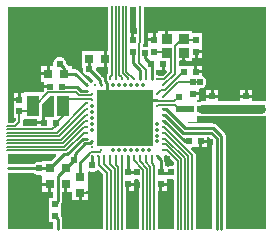
<source format=gtl>
G04*
G04 #@! TF.GenerationSoftware,Altium Limited,Altium Designer,19.0.10 (269)*
G04*
G04 Layer_Physical_Order=1*
G04 Layer_Color=255*
%FSLAX24Y24*%
%MOIN*%
G70*
G01*
G75*
%ADD10C,0.0098*%
%ADD12C,0.0079*%
%ADD13R,0.0217X0.0236*%
%ADD14R,0.0236X0.0197*%
%ADD15R,0.0197X0.0236*%
%ADD16R,0.0256X0.0197*%
%ADD17R,0.0300X0.0300*%
%ADD18R,0.0315X0.0295*%
%ADD19R,0.0374X0.0335*%
%ADD20R,0.0295X0.0315*%
%ADD22R,0.1909X0.1909*%
%ADD23R,0.0394X0.0709*%
%ADD34C,0.0108*%
%ADD35C,0.0059*%
%ADD36C,0.0057*%
%ADD37C,0.0200*%
%ADD38C,0.0300*%
%ADD39C,0.0072*%
%ADD40C,0.0240*%
%ADD41C,0.0138*%
G36*
X372Y2817D02*
X316D01*
Y2598D01*
X216D01*
Y2817D01*
X169D01*
Y3708D01*
X372D01*
Y2817D01*
D02*
G37*
G36*
X4692Y550D02*
X4557D01*
X4550Y550D01*
X4237D01*
Y667D01*
X3841D01*
Y550D01*
X3114D01*
Y667D01*
X2718D01*
Y550D01*
X2566D01*
X2538Y549D01*
X2510Y544D01*
X2483Y536D01*
X2457Y526D01*
X2452Y523D01*
X2407Y547D01*
X2417Y585D01*
X2464D01*
Y753D01*
X2266D01*
Y853D01*
X2464D01*
Y932D01*
X2486Y980D01*
X2515Y982D01*
X2543Y988D01*
X2570Y997D01*
X2596Y1010D01*
X2620Y1026D01*
X2642Y1045D01*
X2661Y1067D01*
X2677Y1091D01*
X2690Y1116D01*
X2699Y1144D01*
X2704Y1172D01*
X2706Y1201D01*
X2704Y1230D01*
X2699Y1258D01*
X2690Y1285D01*
X2677Y1311D01*
X2661Y1335D01*
X2642Y1357D01*
X2620Y1376D01*
X2596Y1392D01*
X2580Y1400D01*
Y1495D01*
X2362D01*
Y1545D01*
X2312D01*
Y1744D01*
X1803D01*
Y1906D01*
X1913D01*
Y2173D01*
X2013D01*
Y1906D01*
X2250D01*
Y1985D01*
X2328D01*
Y2203D01*
X2378D01*
Y2253D01*
X2576D01*
Y2379D01*
Y2815D01*
X2250D01*
Y2893D01*
X1442D01*
Y2626D01*
X1342D01*
Y2893D01*
X1105D01*
Y2815D01*
X1028D01*
Y2597D01*
X978D01*
Y2547D01*
X779D01*
Y2388D01*
X764Y2371D01*
X729Y2354D01*
X717Y2359D01*
X688Y2364D01*
X659Y2366D01*
X646Y2365D01*
X607Y2403D01*
X606Y2443D01*
X607Y2443D01*
X618Y2461D01*
X625Y2479D01*
X630Y2499D01*
X632Y2520D01*
Y3708D01*
X4692D01*
Y550D01*
D02*
G37*
G36*
X1320Y1593D02*
X1368D01*
X1389Y1543D01*
X1255Y1409D01*
X1166D01*
X1153Y1417D01*
X1130Y1427D01*
X1107Y1432D01*
X1083Y1434D01*
X1036Y1472D01*
Y1593D01*
X1220D01*
Y1791D01*
X1320D01*
Y1593D01*
D02*
G37*
G36*
X-555Y2216D02*
X-609D01*
Y1959D01*
Y1701D01*
X-555D01*
Y1483D01*
X-584Y1454D01*
X-597Y1439D01*
X-608Y1421D01*
X-616Y1402D01*
X-620Y1383D01*
X-622Y1363D01*
X-630Y1350D01*
X-639Y1327D01*
X-686Y1318D01*
X-692Y1320D01*
X-693Y1323D01*
X-706Y1343D01*
X-721Y1361D01*
X-971Y1611D01*
X-970Y1619D01*
X-972Y1648D01*
X-973Y1651D01*
X-943Y1701D01*
X-907D01*
Y1701D01*
X-709D01*
Y1959D01*
Y2216D01*
X-907D01*
Y2216D01*
X-943D01*
Y2216D01*
X-1439D01*
Y1701D01*
X-1439D01*
X-1409Y1651D01*
X-1410Y1648D01*
X-1411Y1619D01*
X-1410Y1590D01*
X-1404Y1562D01*
X-1395Y1535D01*
X-1382Y1509D01*
X-1366Y1485D01*
X-1347Y1463D01*
X-1325Y1444D01*
X-1301Y1428D01*
X-1275Y1415D01*
X-1248Y1406D01*
X-1220Y1400D01*
X-1191Y1398D01*
X-1183Y1399D01*
X-1057Y1273D01*
X-1056Y1251D01*
X-1067Y1213D01*
X-1075Y1208D01*
X-1094Y1192D01*
X-1101Y1183D01*
X-1132Y1177D01*
X-1162Y1183D01*
X-1170Y1192D01*
X-1189Y1208D01*
X-1200Y1215D01*
X-1558Y1572D01*
X-1575Y1588D01*
X-1595Y1600D01*
X-1617Y1609D01*
X-1640Y1614D01*
X-1663Y1616D01*
X-1770D01*
Y1724D01*
X-1886D01*
X-1897Y1742D01*
X-1912Y1759D01*
X-1955Y1803D01*
X-1955Y1811D01*
X-1957Y1840D01*
X-1962Y1868D01*
X-1972Y1895D01*
X-1984Y1921D01*
X-2000Y1945D01*
X-2019Y1967D01*
X-2041Y1986D01*
X-2065Y2002D01*
X-2091Y2015D01*
X-2118Y2024D01*
X-2146Y2030D01*
X-2175Y2032D01*
X-2204Y2030D01*
X-2232Y2024D01*
X-2260Y2015D01*
X-2285Y2002D01*
X-2309Y1986D01*
X-2331Y1967D01*
X-2350Y1945D01*
X-2366Y1921D01*
X-2379Y1895D01*
X-2388Y1868D01*
X-2394Y1840D01*
X-2396Y1811D01*
X-2394Y1782D01*
X-2392Y1774D01*
X-2418Y1733D01*
X-2431Y1724D01*
X-2499D01*
Y1467D01*
X-2549D01*
Y1417D01*
X-2797D01*
Y1209D01*
X-2708D01*
Y1083D01*
X-2490D01*
Y983D01*
X-2708D01*
Y881D01*
X-2719Y872D01*
X-2765Y858D01*
Y858D01*
X-2765Y858D01*
X-3359D01*
Y828D01*
X-3465D01*
Y610D01*
X-3515D01*
Y560D01*
X-3713D01*
Y392D01*
Y-2D01*
X-3645D01*
Y-73D01*
X-3711Y-140D01*
X-3905D01*
Y3708D01*
X-555D01*
Y2216D01*
D02*
G37*
G36*
X-2375Y31D02*
X-2658D01*
Y-167D01*
X-2708D01*
Y-217D01*
X-2926D01*
Y-256D01*
X-3394D01*
X-3412Y-206D01*
X-3410Y-203D01*
X-3399Y-186D01*
X-3391Y-167D01*
X-3386Y-147D01*
X-3385Y-127D01*
Y-90D01*
X-3359Y-51D01*
X-2926D01*
Y-117D01*
X-2758D01*
Y31D01*
X-2765D01*
Y458D01*
X-2503Y720D01*
X-2375D01*
Y31D01*
D02*
G37*
G36*
X-2290Y-1259D02*
X-2467Y-1435D01*
X-2760D01*
Y-1439D01*
X-2770Y-1451D01*
X-2810Y-1473D01*
X-2820Y-1470D01*
X-2848Y-1464D01*
X-2877Y-1463D01*
X-2906Y-1464D01*
X-2934Y-1470D01*
X-2961Y-1479D01*
X-2987Y-1492D01*
X-3011Y-1508D01*
X-3033Y-1527D01*
X-3038Y-1533D01*
X-3899D01*
X-3905Y-1528D01*
Y-1213D01*
X-2309D01*
X-2290Y-1259D01*
D02*
G37*
G36*
X1630Y-1479D02*
Y-1565D01*
X1623Y-1575D01*
X1580Y-1603D01*
X1574Y-1602D01*
X1545Y-1600D01*
X1516Y-1602D01*
X1488Y-1608D01*
X1461Y-1617D01*
X1439Y-1628D01*
X1430Y-1625D01*
X1389Y-1603D01*
Y-1603D01*
X1341Y-1600D01*
Y-1388D01*
X1339Y-1364D01*
X1333Y-1342D01*
X1324Y-1320D01*
X1312Y-1300D01*
X1299Y-1284D01*
X1367Y-1216D01*
X1630Y-1479D01*
D02*
G37*
G36*
X-871Y-1748D02*
X-732Y-1887D01*
Y-3701D01*
X-739Y-3708D01*
X-2080D01*
X-2087Y-3701D01*
Y-3356D01*
X-2089Y-3333D01*
X-2095Y-3310D01*
X-2104Y-3288D01*
X-2116Y-3268D01*
X-2127Y-3255D01*
Y-2867D01*
X-2116Y-2854D01*
X-2104Y-2834D01*
X-2095Y-2812D01*
X-2089Y-2789D01*
X-2087Y-2766D01*
Y-2462D01*
X-2021D01*
Y-2215D01*
X-1921D01*
Y-2462D01*
X-1754D01*
Y-2748D01*
X-1546D01*
Y-2500D01*
X-1496D01*
Y-2461D01*
X-1299D01*
Y-2450D01*
X-1239D01*
Y-2252D01*
X-1239D01*
Y-2216D01*
X-1239D01*
Y-1801D01*
X-1203Y-1778D01*
X-1189Y-1773D01*
X-1167Y-1784D01*
X-1140Y-1793D01*
X-1111Y-1799D01*
X-1083Y-1800D01*
X-1054Y-1799D01*
X-1026Y-1793D01*
X-998Y-1784D01*
X-972Y-1771D01*
X-948Y-1755D01*
X-927Y-1736D01*
X-871Y-1748D01*
D02*
G37*
G36*
X2457Y74D02*
X2483Y64D01*
X2510Y56D01*
X2538Y51D01*
X2566Y50D01*
X4550D01*
X4557Y50D01*
X4692D01*
Y-3708D01*
X3373D01*
X3365Y-3700D01*
Y-616D01*
X3365Y-616D01*
X3363Y-592D01*
X3358Y-569D01*
X3349Y-548D01*
X3337Y-528D01*
X3321Y-510D01*
X3321Y-510D01*
X3042Y-231D01*
X3025Y-216D01*
X3004Y-203D01*
X2983Y-194D01*
X2960Y-189D01*
X2937Y-187D01*
X2086D01*
X2079Y-178D01*
X2106Y-128D01*
X2392D01*
Y56D01*
X2414Y73D01*
X2442Y83D01*
X2457Y74D01*
D02*
G37*
G36*
X2910Y-742D02*
Y-3700D01*
X2903Y-3708D01*
X2361D01*
X2354Y-3701D01*
Y-1233D01*
X2353Y-1213D01*
X2348Y-1193D01*
X2340Y-1174D01*
X2330Y-1157D01*
X2316Y-1141D01*
X2207Y-1032D01*
X2227Y-986D01*
X2470D01*
Y-787D01*
X2520D01*
Y-737D01*
X2738D01*
Y-642D01*
X2810D01*
X2910Y-742D01*
D02*
G37*
G36*
X1461Y-2025D02*
X1488Y-2034D01*
X1516Y-2039D01*
X1545Y-2041D01*
X1574Y-2039D01*
X1580Y-2038D01*
X1623Y-2066D01*
X1630Y-2077D01*
Y-3701D01*
X1623Y-3708D01*
X1096D01*
X1090Y-3701D01*
Y-2433D01*
X1141D01*
Y-2215D01*
X1191D01*
Y-2165D01*
X1389D01*
Y-2041D01*
X1395Y-2035D01*
X1422Y-2019D01*
X1439Y-2014D01*
X1461Y-2025D01*
D02*
G37*
G36*
X375Y-2039D02*
X404Y-2041D01*
X430Y-2040D01*
X433Y-2040D01*
X480Y-2076D01*
Y-3701D01*
X473Y-3708D01*
X38D01*
X32Y-3701D01*
Y-2433D01*
X48D01*
Y-2215D01*
X98D01*
Y-2165D01*
X297D01*
Y-2069D01*
X299Y-2065D01*
X343Y-2034D01*
X346Y-2034D01*
X375Y-2039D01*
D02*
G37*
G36*
X-3033Y-1839D02*
X-3011Y-1858D01*
X-2987Y-1874D01*
X-2961Y-1887D01*
X-2934Y-1896D01*
X-2906Y-1902D01*
X-2877Y-1904D01*
X-2848Y-1902D01*
X-2820Y-1896D01*
X-2810Y-1893D01*
X-2797Y-1900D01*
X-2760Y-1931D01*
Y-1967D01*
X-2760D01*
Y-2165D01*
X-2503D01*
Y-2215D01*
X-2453D01*
Y-2462D01*
X-2387D01*
Y-2646D01*
X-2544D01*
Y-3082D01*
Y-3476D01*
X-2387D01*
Y-3701D01*
X-2394Y-3708D01*
X-3905D01*
Y-1838D01*
X-3899Y-1833D01*
X-3038D01*
X-3033Y-1839D01*
D02*
G37*
%LPC*%
G36*
X928Y2815D02*
X779D01*
Y2647D01*
X928D01*
Y2815D01*
D02*
G37*
G36*
X2576Y2153D02*
X2428D01*
Y1985D01*
X2576D01*
Y2153D01*
D02*
G37*
G36*
X2580Y1744D02*
X2412D01*
Y1595D01*
X2580D01*
Y1744D01*
D02*
G37*
G36*
X4237Y935D02*
X4089D01*
Y767D01*
X4237D01*
Y935D01*
D02*
G37*
G36*
X3114Y935D02*
X2966D01*
Y767D01*
X3114D01*
Y935D01*
D02*
G37*
G36*
X2866D02*
X2718D01*
Y767D01*
X2866D01*
Y935D01*
D02*
G37*
G36*
X3989Y935D02*
X3841D01*
Y767D01*
X3989D01*
Y935D01*
D02*
G37*
G36*
X-2599Y1724D02*
X-2797D01*
Y1517D01*
X-2599D01*
Y1724D01*
D02*
G37*
G36*
X-3565Y828D02*
X-3713D01*
Y660D01*
X-3565D01*
Y828D01*
D02*
G37*
G36*
X-1239Y-2550D02*
X-1446D01*
Y-2748D01*
X-1239D01*
Y-2550D01*
D02*
G37*
G36*
X2738Y-837D02*
X2570D01*
Y-986D01*
X2738D01*
Y-837D01*
D02*
G37*
G36*
X1389Y-2265D02*
X1241D01*
Y-2433D01*
X1389D01*
Y-2265D01*
D02*
G37*
G36*
X297D02*
X148D01*
Y-2433D01*
X297D01*
Y-2265D01*
D02*
G37*
G36*
X-2553D02*
X-2760D01*
Y-2462D01*
X-2553D01*
Y-2265D01*
D02*
G37*
%LPD*%
D10*
X-1971Y-1683D02*
X-1666Y-1378D01*
X-2335Y-2864D02*
X-2237Y-2766D01*
X-2335Y-3258D02*
X-2237Y-3356D01*
Y-3701D02*
Y-3356D01*
Y-2766D02*
Y-1949D01*
X1310Y-98D02*
X1999Y-787D01*
X2126D01*
X1333Y98D02*
X1923Y-492D01*
X2872D01*
X1988Y-337D02*
X2937D01*
X1356Y295D02*
X1988Y-337D01*
X2872Y-492D02*
X3060Y-680D01*
X2937Y-337D02*
X3216Y-616D01*
X3060Y-3700D02*
Y-680D01*
X3216Y-3700D02*
Y-616D01*
X-1083Y-1580D02*
Y-1280D01*
X-1496Y-1969D02*
Y-1484D01*
X-1243Y-1231D01*
X-2237Y-1949D02*
X-1971Y-1683D01*
X-591Y591D02*
X0Y0D01*
X-591Y591D02*
Y1083D01*
X-2877Y-1683D02*
X-2503D01*
X659Y2008D02*
Y2146D01*
Y2008D02*
X876Y1791D01*
X-2175Y1811D02*
X-2018Y1654D01*
Y1467D02*
Y1654D01*
X-2096Y1033D02*
X-1614D01*
X-1467Y886D01*
X-1280D01*
X-2018Y1467D02*
X-1663D01*
X-1280Y1083D01*
X-1191Y1619D02*
X-827Y1255D01*
X-1191Y1619D02*
Y1959D01*
X-827Y1152D02*
X-787Y1113D01*
Y1083D02*
Y1113D01*
X-827Y1152D02*
Y1255D01*
X-653Y1213D02*
Y1434D01*
Y1213D02*
X-591Y1151D01*
Y1083D02*
Y1151D01*
X266Y1830D02*
X492Y1604D01*
X266Y1830D02*
Y2205D01*
X98Y-1821D02*
X404D01*
X591Y591D02*
X1083D01*
X0Y0D02*
X236Y236D01*
X591Y591D01*
X-1917Y-1220D02*
X-1386Y-689D01*
X-1280D01*
X-1113Y-787D02*
X-1083D01*
X-1175Y-850D02*
X-1113Y-787D01*
X-1327Y-850D02*
X-1175D01*
X98Y-1821D02*
Y-1280D01*
X1083D02*
X1191Y-1388D01*
Y-1821D02*
Y-1388D01*
Y-1821D02*
X1211Y-1841D01*
X1280Y98D02*
X1333D01*
X1280Y295D02*
X1356D01*
X1280Y-98D02*
X1310D01*
X492Y1280D02*
Y1604D01*
X886Y1280D02*
Y1781D01*
X876Y1791D02*
X886Y1781D01*
X1211Y-1841D02*
X1545D01*
X-1666Y-1378D02*
Y-1189D01*
X-1327Y-850D01*
X-2503Y-1683D02*
X-2040Y-1220D01*
X-1917D01*
X-3899Y-1683D02*
X-2877D01*
D12*
X-866Y-1555D02*
Y-1299D01*
X-886Y-1280D02*
X-866Y-1299D01*
Y-1555D02*
X-593Y-1829D01*
X-689Y-1535D02*
Y-1280D01*
Y-1535D02*
X-457Y-1768D01*
Y-3701D02*
Y-1768D01*
X-593Y-3701D02*
Y-1829D01*
D13*
X-2335Y-2864D02*
D03*
Y-3258D02*
D03*
D14*
X2520Y-787D02*
D03*
X2126D02*
D03*
X2362Y1545D02*
D03*
X1969D02*
D03*
X876Y1791D02*
D03*
X1270D02*
D03*
X-2096Y1033D02*
D03*
X-2490D02*
D03*
X-2314Y-167D02*
D03*
X-2708D02*
D03*
D15*
X4039Y323D02*
D03*
Y717D02*
D03*
X1792Y699D02*
D03*
Y305D02*
D03*
X2266Y803D02*
D03*
Y1197D02*
D03*
X2916Y717D02*
D03*
Y323D02*
D03*
X1191Y-1821D02*
D03*
Y-2215D02*
D03*
X98Y-1821D02*
D03*
Y-2215D02*
D03*
X2378Y2597D02*
D03*
Y2203D02*
D03*
X978Y2203D02*
D03*
Y2597D02*
D03*
X266Y2205D02*
D03*
Y2598D02*
D03*
X-3515Y217D02*
D03*
Y610D02*
D03*
D16*
X2539Y302D02*
D03*
X2165Y302D02*
D03*
D17*
X4550Y300D02*
D03*
D18*
X-1971Y-2215D02*
D03*
Y-1683D02*
D03*
X-2503Y-2215D02*
D03*
Y-1683D02*
D03*
X-1496Y-2500D02*
D03*
Y-1969D02*
D03*
D19*
X1392Y2173D02*
D03*
Y2626D02*
D03*
X1963D02*
D03*
Y2173D02*
D03*
D20*
X-2549Y1467D02*
D03*
X-2018D02*
D03*
X-1191Y1959D02*
D03*
X-659D02*
D03*
D22*
X0Y0D02*
D03*
D23*
X-2078Y404D02*
D03*
X-3062D02*
D03*
D34*
X886Y1280D02*
D03*
X-492D02*
D03*
X-295D02*
D03*
X-98D02*
D03*
X98D02*
D03*
X295D02*
D03*
X492D02*
D03*
X689D02*
D03*
X1083D02*
D03*
X-1280Y1083D02*
D03*
X-984D02*
D03*
X-787D02*
D03*
X-591D02*
D03*
X-394D02*
D03*
X-197D02*
D03*
X0D02*
D03*
X197D02*
D03*
X394D02*
D03*
X591D02*
D03*
X1280D02*
D03*
X1083Y787D02*
D03*
X-1280Y886D02*
D03*
X-1083Y787D02*
D03*
X1280Y689D02*
D03*
X-1083Y591D02*
D03*
X1083D02*
D03*
X-1280Y492D02*
D03*
X-1083Y394D02*
D03*
X1083D02*
D03*
X-1280Y295D02*
D03*
X1280D02*
D03*
X-1083Y197D02*
D03*
X-1280Y98D02*
D03*
X1280D02*
D03*
X-1083Y0D02*
D03*
X-1280Y-98D02*
D03*
X1280D02*
D03*
X-1083Y-197D02*
D03*
X1083D02*
D03*
X-1280Y-295D02*
D03*
X1280D02*
D03*
X-1083Y-394D02*
D03*
X1083D02*
D03*
X-1280Y-492D02*
D03*
X1280D02*
D03*
X1083Y-591D02*
D03*
X-1280Y-689D02*
D03*
X1280D02*
D03*
X-1083Y-787D02*
D03*
X1083D02*
D03*
X1280Y-886D02*
D03*
X-1083Y-984D02*
D03*
X-787Y-1083D02*
D03*
X-394D02*
D03*
X-197D02*
D03*
X0D02*
D03*
X197D02*
D03*
X394D02*
D03*
X591D02*
D03*
X787D02*
D03*
X1280D02*
D03*
X-1083Y-1280D02*
D03*
X-886D02*
D03*
X-689D02*
D03*
X-492D02*
D03*
X-295D02*
D03*
X-98D02*
D03*
X98D02*
D03*
X295D02*
D03*
X492D02*
D03*
X689D02*
D03*
X886D02*
D03*
X1083D02*
D03*
D35*
X1287Y-295D02*
X2225Y-1233D01*
X1320Y-492D02*
X2108Y-1281D01*
X1352Y-689D02*
X1992Y-1329D01*
X1385Y-886D02*
X1876Y-1377D01*
X1417Y-1083D02*
X1760Y-1425D01*
X1319Y915D02*
X1949Y1545D01*
X1280Y712D02*
X1769Y1201D01*
X2486D01*
X1760Y-3701D02*
Y-1425D01*
X1876Y-3701D02*
Y-1377D01*
X1992Y-3701D02*
Y-1329D01*
X2225Y-3701D02*
Y-1233D01*
X2108Y-3701D02*
Y-1281D01*
X-2276Y-502D02*
X-1282Y492D01*
X-3917Y-502D02*
X-2276D01*
X-3917Y-386D02*
X-2444D01*
X-3515Y-127D02*
Y217D01*
X-3917Y-270D02*
X-3658D01*
X-3515Y-127D01*
X295Y1280D02*
Y1283D01*
X39Y1539D02*
X295Y1283D01*
X98Y1280D02*
Y1316D01*
X-77Y1491D02*
X98Y1316D01*
X-77Y1491D02*
Y3720D01*
X-193Y1443D02*
Y3720D01*
Y1443D02*
X-98Y1348D01*
X-309Y1293D02*
Y3720D01*
Y1293D02*
X-295Y1280D01*
X39Y1539D02*
Y3720D01*
X-425Y1429D02*
Y3720D01*
X-492Y1362D02*
X-425Y1429D01*
X453Y1835D02*
Y2470D01*
X502Y2520D02*
Y3722D01*
X453Y2470D02*
X502Y2520D01*
X-3917Y-618D02*
X-2195D01*
X-3917Y-734D02*
X-2142D01*
X-2444Y-386D02*
X-2314Y-256D01*
Y-167D01*
X-3917Y-1083D02*
X-1972D01*
X-1381Y-492D02*
X-1280D01*
X-1972Y-1083D02*
X-1381Y-492D01*
X-3917Y-967D02*
X-2020D01*
X-1348Y-295D01*
X-1280D01*
X-3917Y-850D02*
X-2071D01*
X-1319Y-98D02*
X-1280D01*
X-2071Y-850D02*
X-1319Y-98D01*
X-1309Y98D02*
X-1280D01*
X-2142Y-734D02*
X-1309Y98D01*
X-2195Y-618D02*
X-1282Y295D01*
X-1280D01*
X-1282Y492D02*
X-1280D01*
X453Y1835D02*
X689Y1599D01*
X1309Y1280D02*
X1545Y1516D01*
Y2020D01*
X1673Y1476D02*
Y2402D01*
X1392Y2173D02*
X1545Y2020D01*
X1363Y2203D02*
X1392Y2173D01*
X689Y1280D02*
Y1599D01*
X-98Y1280D02*
Y1348D01*
X-492Y1280D02*
Y1362D01*
X978Y2203D02*
X1363D01*
X1868Y2597D02*
X2378D01*
X1673Y2402D02*
X1868Y2597D01*
X1280Y689D02*
Y712D01*
X1213Y915D02*
X1319D01*
X1083Y787D02*
X1085D01*
X1213Y915D01*
X1280Y1083D02*
X1673Y1476D01*
X1083Y1280D02*
X1309D01*
X-98Y-3701D02*
Y-1280D01*
X-492Y-1535D02*
X-331Y-1697D01*
Y-3701D02*
Y-1697D01*
X-492Y-1535D02*
Y-1280D01*
X-295Y-1568D02*
X-215Y-1649D01*
Y-3701D02*
Y-1649D01*
X-295Y-1568D02*
Y-1280D01*
X295Y-1420D02*
Y-1280D01*
Y-1420D02*
X610Y-1735D01*
Y-3701D02*
Y-1735D01*
X492Y-1453D02*
X727Y-1688D01*
Y-3701D02*
Y-1688D01*
X492Y-1453D02*
Y-1280D01*
X689Y-1486D02*
X843Y-1640D01*
X689Y-1486D02*
Y-1280D01*
X843Y-3701D02*
Y-1640D01*
X886Y-1518D02*
X960Y-1592D01*
Y-3701D02*
Y-1592D01*
X886Y-1518D02*
Y-1280D01*
X1280Y-1083D02*
X1417D01*
X1280Y-492D02*
X1320D01*
X1280Y-886D02*
X1385D01*
X1280Y-689D02*
X1352D01*
X1280Y-295D02*
X1287D01*
D36*
X1642Y549D02*
X1792Y699D01*
X1124Y549D02*
X1642D01*
X1124Y435D02*
X1662D01*
X1793Y303D01*
X1795Y301D01*
X-3062Y404D02*
X-3002D01*
X-2556Y849D01*
X-1849Y632D02*
X-1124D01*
X-2556Y849D02*
X-1621D01*
X-3515Y217D02*
X-3249D01*
X-3062Y404D01*
X-2078Y69D02*
Y404D01*
X-2314Y-167D02*
X-2078Y69D01*
Y404D02*
X-1849Y632D01*
X-1514Y746D02*
X-1124D01*
X-1519Y751D02*
X-1514Y746D01*
X-1522Y751D02*
X-1519D01*
X-1621Y849D02*
X-1522Y751D01*
X-1124Y746D02*
X-1083Y787D01*
X-1124Y632D02*
X-1083Y591D01*
X1083D02*
X1124Y549D01*
X1083Y394D02*
X1124Y435D01*
D37*
X1793Y303D02*
X2145D01*
D38*
X2566Y300D02*
X4550D01*
D39*
X-1243Y-1231D02*
X-1144Y-1132D01*
X-837D01*
X-787Y-1083D01*
D40*
X1949Y1841D02*
D03*
X3490Y-3590D02*
D03*
Y-2590D02*
D03*
X2472D02*
D03*
Y-3590D02*
D03*
X2825Y-797D02*
D03*
X3570Y3590D02*
D03*
X757D02*
D03*
Y2953D02*
D03*
X1390Y3020D02*
D03*
X2710Y2210D02*
D03*
X2700Y1550D02*
D03*
X2486Y1201D02*
D03*
X2590Y700D02*
D03*
X2569Y-39D02*
D03*
X4566Y-79D02*
D03*
X4566Y679D02*
D03*
X2910Y1050D02*
D03*
X4570Y-3590D02*
D03*
Y-2590D02*
D03*
Y-1590D02*
D03*
X2472D02*
D03*
X3490D02*
D03*
Y-590D02*
D03*
X4570D02*
D03*
X2570Y3590D02*
D03*
X4570D02*
D03*
X1570D02*
D03*
X4570Y2590D02*
D03*
X3570D02*
D03*
X4570Y1590D02*
D03*
X3570D02*
D03*
X3566Y679D02*
D03*
X3566Y-79D02*
D03*
X-1710Y-1400D02*
D03*
X-1083Y-1580D02*
D03*
X-1020Y-2090D02*
D03*
X295Y2904D02*
D03*
X1496Y-2234D02*
D03*
X1208Y-3590D02*
D03*
X260D02*
D03*
X148Y-2559D02*
D03*
X-1020Y-2860D02*
D03*
X-1516Y-2864D02*
D03*
X-1020Y-3590D02*
D03*
X-1970D02*
D03*
X-1912Y-2559D02*
D03*
X-2503D02*
D03*
X-2500Y-3590D02*
D03*
X-3790Y-60D02*
D03*
X-2619Y394D02*
D03*
X-2835Y1033D02*
D03*
X-2913Y1467D02*
D03*
X-787Y2559D02*
D03*
X-2559Y2362D02*
D03*
X-719Y3590D02*
D03*
X-1575D02*
D03*
X-2559D02*
D03*
X-3790D02*
D03*
Y2362D02*
D03*
Y984D02*
D03*
Y-2470D02*
D03*
Y-3590D02*
D03*
X-2877Y-1683D02*
D03*
X-3062Y-157D02*
D03*
X659Y2146D02*
D03*
X1201Y1496D02*
D03*
X-2175Y1811D02*
D03*
X-709Y1457D02*
D03*
X404Y-1821D02*
D03*
X1545Y-1821D02*
D03*
X404Y-2244D02*
D03*
X1211Y-2550D02*
D03*
X1417Y-1378D02*
D03*
X-3790Y-1330D02*
D03*
X-2542D02*
D03*
X-709Y709D02*
D03*
X-236D02*
D03*
X236D02*
D03*
X709D02*
D03*
X-709Y236D02*
D03*
X-236D02*
D03*
X236D02*
D03*
X709D02*
D03*
X-709Y-236D02*
D03*
X-236D02*
D03*
X236D02*
D03*
X709D02*
D03*
X-709Y-709D02*
D03*
X-236D02*
D03*
X236D02*
D03*
X709D02*
D03*
X-1610Y1760D02*
D03*
X-1580Y2520D02*
D03*
X-1191Y1619D02*
D03*
D41*
X-1083Y394D02*
D03*
Y-394D02*
D03*
Y-197D02*
D03*
Y0D02*
D03*
Y197D02*
D03*
X787Y-1083D02*
D03*
X394D02*
D03*
X591D02*
D03*
X1083Y-197D02*
D03*
X1083Y-394D02*
D03*
Y-591D02*
D03*
Y-787D02*
D03*
X-394Y-1083D02*
D03*
X-197D02*
D03*
X0Y-1083D02*
D03*
X-394Y1083D02*
D03*
X-197D02*
D03*
X0D02*
D03*
X197D02*
D03*
X394D02*
D03*
X591D02*
D03*
X197Y-1083D02*
D03*
M02*

</source>
